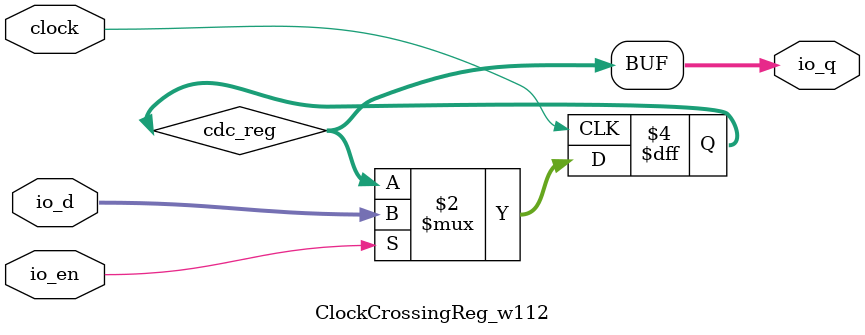
<source format=sv>
`ifndef RANDOMIZE
  `ifdef RANDOMIZE_REG_INIT
    `define RANDOMIZE
  `endif // RANDOMIZE_REG_INIT
`endif // not def RANDOMIZE
`ifndef RANDOMIZE
  `ifdef RANDOMIZE_MEM_INIT
    `define RANDOMIZE
  `endif // RANDOMIZE_MEM_INIT
`endif // not def RANDOMIZE

`ifndef RANDOM
  `define RANDOM $random
`endif // not def RANDOM

// Users can define 'PRINTF_COND' to add an extra gate to prints.
`ifndef PRINTF_COND_
  `ifdef PRINTF_COND
    `define PRINTF_COND_ (`PRINTF_COND)
  `else  // PRINTF_COND
    `define PRINTF_COND_ 1
  `endif // PRINTF_COND
`endif // not def PRINTF_COND_

// Users can define 'ASSERT_VERBOSE_COND' to add an extra gate to assert error printing.
`ifndef ASSERT_VERBOSE_COND_
  `ifdef ASSERT_VERBOSE_COND
    `define ASSERT_VERBOSE_COND_ (`ASSERT_VERBOSE_COND)
  `else  // ASSERT_VERBOSE_COND
    `define ASSERT_VERBOSE_COND_ 1
  `endif // ASSERT_VERBOSE_COND
`endif // not def ASSERT_VERBOSE_COND_

// Users can define 'STOP_COND' to add an extra gate to stop conditions.
`ifndef STOP_COND_
  `ifdef STOP_COND
    `define STOP_COND_ (`STOP_COND)
  `else  // STOP_COND
    `define STOP_COND_ 1
  `endif // STOP_COND
`endif // not def STOP_COND_

// Users can define INIT_RANDOM as general code that gets injected into the
// initializer block for modules with registers.
`ifndef INIT_RANDOM
  `define INIT_RANDOM
`endif // not def INIT_RANDOM

// If using random initialization, you can also define RANDOMIZE_DELAY to
// customize the delay used, otherwise 0.002 is used.
`ifndef RANDOMIZE_DELAY
  `define RANDOMIZE_DELAY 0.002
`endif // not def RANDOMIZE_DELAY

// Define INIT_RANDOM_PROLOG_ for use in our modules below.
`ifndef INIT_RANDOM_PROLOG_
  `ifdef RANDOMIZE
    `ifdef VERILATOR
      `define INIT_RANDOM_PROLOG_ `INIT_RANDOM
    `else  // VERILATOR
      `define INIT_RANDOM_PROLOG_ `INIT_RANDOM #`RANDOMIZE_DELAY begin end
    `endif // VERILATOR
  `else  // RANDOMIZE
    `define INIT_RANDOM_PROLOG_
  `endif // RANDOMIZE
`endif // not def INIT_RANDOM_PROLOG_

module ClockCrossingReg_w112(
  input          clock,
  input  [111:0] io_d,
  input          io_en,
  output [111:0] io_q
);

  reg [111:0] cdc_reg;	// @[Reg.scala:19:16]
  always @(posedge clock) begin
    if (io_en)
      cdc_reg <= io_d;	// @[Reg.scala:19:16]
  end // always @(posedge)
  `ifndef SYNTHESIS
    `ifdef FIRRTL_BEFORE_INITIAL
      `FIRRTL_BEFORE_INITIAL
    `endif // FIRRTL_BEFORE_INITIAL
    logic [31:0] _RANDOM_0;
    logic [31:0] _RANDOM_1;
    logic [31:0] _RANDOM_2;
    logic [31:0] _RANDOM_3;
    initial begin
      `ifdef INIT_RANDOM_PROLOG_
        `INIT_RANDOM_PROLOG_
      `endif // INIT_RANDOM_PROLOG_
      `ifdef RANDOMIZE_REG_INIT
        _RANDOM_0 = `RANDOM;
        _RANDOM_1 = `RANDOM;
        _RANDOM_2 = `RANDOM;
        _RANDOM_3 = `RANDOM;
        cdc_reg = {_RANDOM_0, _RANDOM_1, _RANDOM_2, _RANDOM_3[15:0]};	// @[Reg.scala:19:16]
      `endif // RANDOMIZE_REG_INIT
    end // initial
    `ifdef FIRRTL_AFTER_INITIAL
      `FIRRTL_AFTER_INITIAL
    `endif // FIRRTL_AFTER_INITIAL
  `endif // not def SYNTHESIS
  assign io_q = cdc_reg;	// @[Reg.scala:19:16]
endmodule


</source>
